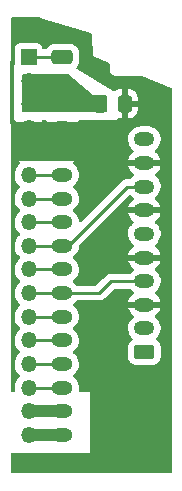
<source format=gbr>
%TF.GenerationSoftware,KiCad,Pcbnew,(6.0.1)*%
%TF.CreationDate,2022-07-27T18:49:27-07:00*%
%TF.ProjectId,mu100-dit-connector-board,6d753130-302d-4646-9974-2d636f6e6e65,rev?*%
%TF.SameCoordinates,PX4a615b8PY2b4db18*%
%TF.FileFunction,Copper,L1,Top*%
%TF.FilePolarity,Positive*%
%FSLAX46Y46*%
G04 Gerber Fmt 4.6, Leading zero omitted, Abs format (unit mm)*
G04 Created by KiCad (PCBNEW (6.0.1)) date 2022-07-27 18:49:27*
%MOMM*%
%LPD*%
G01*
G04 APERTURE LIST*
G04 Aperture macros list*
%AMRoundRect*
0 Rectangle with rounded corners*
0 $1 Rounding radius*
0 $2 $3 $4 $5 $6 $7 $8 $9 X,Y pos of 4 corners*
0 Add a 4 corners polygon primitive as box body*
4,1,4,$2,$3,$4,$5,$6,$7,$8,$9,$2,$3,0*
0 Add four circle primitives for the rounded corners*
1,1,$1+$1,$2,$3*
1,1,$1+$1,$4,$5*
1,1,$1+$1,$6,$7*
1,1,$1+$1,$8,$9*
0 Add four rect primitives between the rounded corners*
20,1,$1+$1,$2,$3,$4,$5,0*
20,1,$1+$1,$4,$5,$6,$7,0*
20,1,$1+$1,$6,$7,$8,$9,0*
20,1,$1+$1,$8,$9,$2,$3,0*%
G04 Aperture macros list end*
%TA.AperFunction,ComponentPad*%
%ADD10R,1.350000X1.350000*%
%TD*%
%TA.AperFunction,ComponentPad*%
%ADD11O,1.350000X1.350000*%
%TD*%
%TA.AperFunction,SMDPad,CuDef*%
%ADD12RoundRect,0.250000X-0.337500X-0.475000X0.337500X-0.475000X0.337500X0.475000X-0.337500X0.475000X0*%
%TD*%
%TA.AperFunction,ComponentPad*%
%ADD13RoundRect,0.250000X0.625000X-0.350000X0.625000X0.350000X-0.625000X0.350000X-0.625000X-0.350000X0*%
%TD*%
%TA.AperFunction,ComponentPad*%
%ADD14O,1.750000X1.200000*%
%TD*%
%TA.AperFunction,ComponentPad*%
%ADD15RoundRect,0.250000X-0.650000X0.350000X-0.650000X-0.350000X0.650000X-0.350000X0.650000X0.350000X0*%
%TD*%
%TA.AperFunction,ComponentPad*%
%ADD16O,1.800000X1.200000*%
%TD*%
%TA.AperFunction,ViaPad*%
%ADD17C,0.800000*%
%TD*%
%TA.AperFunction,Conductor*%
%ADD18C,0.400000*%
%TD*%
%TA.AperFunction,Conductor*%
%ADD19C,0.800000*%
%TD*%
%TA.AperFunction,Conductor*%
%ADD20C,0.250000*%
%TD*%
%TA.AperFunction,Conductor*%
%ADD21C,1.000000*%
%TD*%
G04 APERTURE END LIST*
D10*
%TO.P,J1,1,Pin_1*%
%TO.N,/RER*%
X79988400Y-49242000D03*
D11*
%TO.P,J1,2,Pin_2*%
%TO.N,+5V*%
X79988400Y-51242000D03*
%TO.P,J1,3,Pin_3*%
X79988400Y-53242000D03*
%TO.P,J1,4,Pin_4*%
%TO.N,GND*%
X79988400Y-55242000D03*
%TO.P,J1,5,Pin_5*%
X79988400Y-57242000D03*
%TO.P,J1,6,Pin_6*%
%TO.N,Net-(J1-Pad6)*%
X79988400Y-59242000D03*
%TO.P,J1,7,Pin_7*%
%TO.N,/MEL00*%
X79988400Y-61242000D03*
%TO.P,J1,8,Pin_8*%
%TO.N,/SYOD*%
X79988400Y-63242000D03*
%TO.P,J1,9,Pin_9*%
%TO.N,/QCLK*%
X79988400Y-65242000D03*
%TO.P,J1,10,Pin_10*%
%TO.N,Net-(J1-Pad10)*%
X79988400Y-67242000D03*
%TO.P,J1,11,Pin_11*%
%TO.N,/CK256*%
X79988400Y-69242000D03*
%TO.P,J1,12,Pin_12*%
%TO.N,/WCLK*%
X79988400Y-71242000D03*
%TO.P,J1,13,Pin_13*%
%TO.N,/DACOL*%
X79988400Y-73242000D03*
%TO.P,J1,14,Pin_14*%
%TO.N,/REA*%
X79988400Y-75242000D03*
%TO.P,J1,15,Pin_15*%
%TO.N,/REB*%
X79988400Y-77242000D03*
%TO.P,J1,16,Pin_16*%
%TO.N,GNDA*%
X79988400Y-79242000D03*
%TO.P,J1,17,Pin_17*%
%TO.N,+9VA*%
X79988400Y-81242000D03*
%TD*%
D12*
%TO.P,C1,1*%
%TO.N,+5V*%
X86055900Y-53207000D03*
%TO.P,C1,2*%
%TO.N,GND*%
X88130900Y-53207000D03*
%TD*%
D13*
%TO.P,J3,1,Pin_1*%
%TO.N,unconnected-(J3-Pad1)*%
X89798400Y-74232000D03*
D14*
%TO.P,J3,2,Pin_2*%
%TO.N,+5V*%
X89798400Y-72232000D03*
%TO.P,J3,3,Pin_3*%
%TO.N,GND*%
X89798400Y-70232000D03*
%TO.P,J3,4,Pin_4*%
%TO.N,/CK256*%
X89798400Y-68232000D03*
%TO.P,J3,5,Pin_5*%
%TO.N,GND*%
X89798400Y-66232000D03*
%TO.P,J3,6,Pin_6*%
%TO.N,/DACOL*%
X89798400Y-64232000D03*
%TO.P,J3,7,Pin_7*%
%TO.N,GND*%
X89798400Y-62232000D03*
%TO.P,J3,8,Pin_8*%
%TO.N,/QCLK*%
X89798400Y-60232000D03*
%TO.P,J3,9,Pin_9*%
%TO.N,GND*%
X89798400Y-58232000D03*
%TO.P,J3,10,Pin_10*%
%TO.N,/WCLK*%
X89798400Y-56232000D03*
%TD*%
D15*
%TO.P,J2,1,Pin_1*%
%TO.N,/RER*%
X82848400Y-49242000D03*
D16*
%TO.P,J2,2,Pin_2*%
%TO.N,+5V*%
X82848400Y-51242000D03*
%TO.P,J2,3,Pin_3*%
X82848400Y-53242000D03*
%TO.P,J2,4,Pin_4*%
%TO.N,GND*%
X82848400Y-55242000D03*
%TO.P,J2,5,Pin_5*%
X82848400Y-57242000D03*
%TO.P,J2,6,Pin_6*%
%TO.N,Net-(J1-Pad6)*%
X82848400Y-59242000D03*
%TO.P,J2,7,Pin_7*%
%TO.N,/MEL00*%
X82848400Y-61242000D03*
%TO.P,J2,8,Pin_8*%
%TO.N,/SYOD*%
X82848400Y-63242000D03*
%TO.P,J2,9,Pin_9*%
%TO.N,/QCLK*%
X82848400Y-65242000D03*
%TO.P,J2,10,Pin_10*%
%TO.N,Net-(J1-Pad10)*%
X82848400Y-67242000D03*
%TO.P,J2,11,Pin_11*%
%TO.N,/CK256*%
X82848400Y-69242000D03*
%TO.P,J2,12,Pin_12*%
%TO.N,/WCLK*%
X82848400Y-71242000D03*
%TO.P,J2,13,Pin_13*%
%TO.N,/DACOL*%
X82848400Y-73242000D03*
%TO.P,J2,14,Pin_14*%
%TO.N,/REA*%
X82848400Y-75242000D03*
%TO.P,J2,15,Pin_15*%
%TO.N,/REB*%
X82848400Y-77242000D03*
%TO.P,J2,16,Pin_16*%
%TO.N,GNDA*%
X82848400Y-79242000D03*
%TO.P,J2,17,Pin_17*%
%TO.N,+9VA*%
X82848400Y-81242000D03*
%TD*%
D17*
%TO.N,GND*%
X91693400Y-53407000D03*
X85718400Y-57182000D03*
X87893400Y-69357000D03*
X86788400Y-59632000D03*
X89743400Y-52557000D03*
X86043400Y-67707000D03*
X87663400Y-58757000D03*
X87053400Y-69857000D03*
X86793400Y-63657000D03*
X84943400Y-55307000D03*
X86893400Y-66857000D03*
X86593400Y-56307000D03*
X84868400Y-58032000D03*
X85943400Y-64507000D03*
X86143400Y-55307000D03*
X87768400Y-65982000D03*
X87293400Y-55307000D03*
X86043400Y-70357000D03*
X87668400Y-62782000D03*
X85938400Y-60482000D03*
%TD*%
D18*
%TO.N,+5V*%
X85919900Y-53242000D02*
X86054900Y-53107000D01*
D19*
%TO.N,GND*%
X86788400Y-59632000D02*
X87663400Y-58757000D01*
X86893400Y-66857000D02*
X87768400Y-65982000D01*
D18*
X78692920Y-55106520D02*
X78828400Y-55242000D01*
D19*
X85938400Y-60482000D02*
X86788400Y-59632000D01*
X86793400Y-63657000D02*
X87668400Y-62782000D01*
X85943400Y-64507000D02*
X86793400Y-63657000D01*
X86043400Y-67707000D02*
X86893400Y-66857000D01*
X85718400Y-57182000D02*
X86593400Y-56307000D01*
X84868400Y-58032000D02*
X85718400Y-57182000D01*
D18*
X78828400Y-55242000D02*
X79988400Y-55242000D01*
D20*
%TO.N,/RER*%
X79988400Y-49242000D02*
X82848400Y-49242000D01*
%TO.N,Net-(J1-Pad6)*%
X79988400Y-59242000D02*
X82848400Y-59242000D01*
%TO.N,/MEL00*%
X79988400Y-61242000D02*
X82848400Y-61242000D01*
%TO.N,/SYOD*%
X79988400Y-63242000D02*
X82848400Y-63242000D01*
%TO.N,/QCLK*%
X82848400Y-65242000D02*
X83310400Y-65242000D01*
X88320400Y-60232000D02*
X89798400Y-60232000D01*
X79988400Y-65242000D02*
X82848400Y-65242000D01*
X83310400Y-65242000D02*
X88320400Y-60232000D01*
%TO.N,Net-(J1-Pad10)*%
X79988400Y-67242000D02*
X82848400Y-67242000D01*
%TO.N,/CK256*%
X86968400Y-68232000D02*
X89798400Y-68232000D01*
X79988400Y-69242000D02*
X82848400Y-69242000D01*
X82848400Y-69242000D02*
X85958400Y-69242000D01*
X85958400Y-69242000D02*
X86968400Y-68232000D01*
%TO.N,/WCLK*%
X79988400Y-71242000D02*
X82848400Y-71242000D01*
%TO.N,/DACOL*%
X79988400Y-73242000D02*
X82848400Y-73242000D01*
%TO.N,/REA*%
X79988400Y-75242000D02*
X82848400Y-75242000D01*
%TO.N,/REB*%
X79988400Y-77242000D02*
X82848400Y-77242000D01*
D21*
%TO.N,GNDA*%
X79988400Y-79242000D02*
X82848400Y-79242000D01*
%TO.N,+9VA*%
X79988400Y-81242000D02*
X82848400Y-81242000D01*
%TD*%
%TA.AperFunction,Conductor*%
%TO.N,GND*%
G36*
X84318400Y-58032000D02*
G01*
X82793431Y-58032000D01*
X82793400Y-58027000D01*
X79593400Y-58027000D01*
X79593353Y-58032000D01*
X78718400Y-58032000D01*
X78718400Y-54732000D01*
X84318400Y-54732000D01*
X84318400Y-58032000D01*
G37*
%TD.AperFunction*%
%TD*%
%TA.AperFunction,Conductor*%
%TO.N,GND*%
G36*
X80973461Y-45912545D02*
G01*
X85279279Y-47233986D01*
X85338534Y-47273094D01*
X85367239Y-47338029D01*
X85368272Y-47351285D01*
X85414032Y-49177361D01*
X85414486Y-49195473D01*
X86773763Y-49733360D01*
X86829744Y-49777023D01*
X86853400Y-49850519D01*
X86853400Y-50318510D01*
X86853398Y-50319280D01*
X86852932Y-50395556D01*
X86855396Y-50404179D01*
X86855397Y-50404184D01*
X86860883Y-50423379D01*
X86864460Y-50440137D01*
X86866169Y-50452067D01*
X86868562Y-50468777D01*
X86872277Y-50476947D01*
X86872277Y-50476948D01*
X86878949Y-50491623D01*
X86885397Y-50509150D01*
X86892289Y-50533265D01*
X86907732Y-50557740D01*
X86915866Y-50572816D01*
X86927842Y-50599156D01*
X86933698Y-50605952D01*
X86933700Y-50605955D01*
X86944215Y-50618157D01*
X86955328Y-50633175D01*
X86968715Y-50654393D01*
X86990402Y-50673546D01*
X87002443Y-50685735D01*
X87021332Y-50707657D01*
X87028861Y-50712537D01*
X87028862Y-50712538D01*
X87042391Y-50721307D01*
X87057264Y-50732597D01*
X87069333Y-50743255D01*
X87076066Y-50749201D01*
X87102259Y-50761499D01*
X87117226Y-50769813D01*
X87141517Y-50785557D01*
X87150119Y-50788129D01*
X87150120Y-50788130D01*
X87153539Y-50789152D01*
X87165559Y-50792747D01*
X87182997Y-50799406D01*
X87192111Y-50803685D01*
X87197589Y-50806257D01*
X87197591Y-50806258D01*
X87205711Y-50810070D01*
X87214575Y-50811450D01*
X87214578Y-50811451D01*
X87230825Y-50813980D01*
X87234299Y-50814521D01*
X87251016Y-50818304D01*
X87270135Y-50824022D01*
X87270141Y-50824023D01*
X87278735Y-50826593D01*
X87287704Y-50826648D01*
X87287706Y-50826648D01*
X87297921Y-50826710D01*
X87312616Y-50826800D01*
X87313363Y-50826831D01*
X87314447Y-50827000D01*
X87344910Y-50827000D01*
X87345681Y-50827002D01*
X87421956Y-50827468D01*
X87423283Y-50827089D01*
X87424589Y-50827000D01*
X89513446Y-50827000D01*
X89559809Y-50835840D01*
X92088763Y-51836586D01*
X92144744Y-51880249D01*
X92168400Y-51953745D01*
X92168400Y-84381000D01*
X92148398Y-84449121D01*
X92094742Y-84495614D01*
X92042400Y-84507000D01*
X78619400Y-84507000D01*
X78551279Y-84486998D01*
X78504786Y-84433342D01*
X78493400Y-84381000D01*
X78493400Y-82867400D01*
X78513402Y-82799279D01*
X78567058Y-82752786D01*
X78619400Y-82741400D01*
X85231800Y-82741400D01*
X85231800Y-77632000D01*
X84349455Y-77632000D01*
X84281334Y-77611998D01*
X84234841Y-77558342D01*
X84224759Y-77487920D01*
X84251725Y-77301944D01*
X84251725Y-77301941D01*
X84252586Y-77296004D01*
X84242877Y-77086233D01*
X84193676Y-76882082D01*
X84106760Y-76690919D01*
X83985263Y-76519640D01*
X83833569Y-76374425D01*
X83792477Y-76347892D01*
X83746099Y-76294136D01*
X83736146Y-76223841D01*
X83765778Y-76159323D01*
X83782992Y-76142954D01*
X83906062Y-76046282D01*
X83906067Y-76046278D01*
X83910779Y-76042576D01*
X83914711Y-76038045D01*
X84044479Y-75888502D01*
X84044483Y-75888497D01*
X84048410Y-75883971D01*
X84153566Y-75702201D01*
X84222453Y-75503826D01*
X84233639Y-75426677D01*
X84251725Y-75301944D01*
X84251725Y-75301941D01*
X84252586Y-75296004D01*
X84242877Y-75086233D01*
X84211118Y-74954453D01*
X84195082Y-74887915D01*
X84195081Y-74887913D01*
X84193676Y-74882082D01*
X84106760Y-74690919D01*
X83985263Y-74519640D01*
X83833569Y-74374425D01*
X83792477Y-74347892D01*
X83746099Y-74294136D01*
X83736146Y-74223841D01*
X83765778Y-74159323D01*
X83782992Y-74142954D01*
X83906062Y-74046282D01*
X83906067Y-74046278D01*
X83910779Y-74042576D01*
X83914711Y-74038045D01*
X84044479Y-73888502D01*
X84044483Y-73888497D01*
X84048410Y-73883971D01*
X84153566Y-73702201D01*
X84200023Y-73568419D01*
X84220486Y-73509491D01*
X84220486Y-73509489D01*
X84222453Y-73503826D01*
X84233639Y-73426677D01*
X84251725Y-73301944D01*
X84251725Y-73301941D01*
X84252586Y-73296004D01*
X84242877Y-73086233D01*
X84193676Y-72882082D01*
X84189989Y-72873971D01*
X84109240Y-72696374D01*
X84106760Y-72690919D01*
X83985263Y-72519640D01*
X83833569Y-72374425D01*
X83792477Y-72347892D01*
X83746099Y-72294136D01*
X83736146Y-72223841D01*
X83757202Y-72177996D01*
X88419214Y-72177996D01*
X88428923Y-72387767D01*
X88430327Y-72393592D01*
X88430327Y-72393593D01*
X88459707Y-72515498D01*
X88478124Y-72591918D01*
X88480606Y-72597376D01*
X88480607Y-72597380D01*
X88523137Y-72690919D01*
X88565040Y-72783081D01*
X88686537Y-72954360D01*
X88759622Y-73024324D01*
X88788714Y-73052173D01*
X88824090Y-73113728D01*
X88820571Y-73184638D01*
X88779275Y-73242388D01*
X88767899Y-73250326D01*
X88704055Y-73289834D01*
X88580416Y-73413689D01*
X88488586Y-73562666D01*
X88433490Y-73728772D01*
X88422900Y-73832134D01*
X88422900Y-74631866D01*
X88423237Y-74635112D01*
X88423237Y-74635116D01*
X88432915Y-74728383D01*
X88433759Y-74736519D01*
X88435940Y-74743055D01*
X88435940Y-74743057D01*
X88453518Y-74795745D01*
X88489144Y-74902529D01*
X88581234Y-75051345D01*
X88705089Y-75174984D01*
X88854066Y-75266814D01*
X88861014Y-75269119D01*
X88861015Y-75269119D01*
X89013641Y-75319744D01*
X89013643Y-75319745D01*
X89020172Y-75321910D01*
X89123534Y-75332500D01*
X90473266Y-75332500D01*
X90476512Y-75332163D01*
X90476516Y-75332163D01*
X90571061Y-75322353D01*
X90571065Y-75322352D01*
X90577919Y-75321641D01*
X90584455Y-75319460D01*
X90584457Y-75319460D01*
X90736981Y-75268574D01*
X90743929Y-75266256D01*
X90892745Y-75174166D01*
X91016384Y-75050311D01*
X91108214Y-74901334D01*
X91114600Y-74882082D01*
X91161144Y-74741759D01*
X91161145Y-74741757D01*
X91163310Y-74735228D01*
X91173900Y-74631866D01*
X91173900Y-73832134D01*
X91173370Y-73827023D01*
X91163753Y-73734339D01*
X91163752Y-73734335D01*
X91163041Y-73727481D01*
X91156341Y-73707397D01*
X91109974Y-73568419D01*
X91107656Y-73561471D01*
X91015566Y-73412655D01*
X90891711Y-73289016D01*
X90831204Y-73251719D01*
X90783711Y-73198947D01*
X90772287Y-73128875D01*
X90800561Y-73063751D01*
X90819484Y-73045376D01*
X90835779Y-73032576D01*
X90862060Y-73002290D01*
X90969479Y-72878502D01*
X90969483Y-72878497D01*
X90973410Y-72873971D01*
X91078566Y-72692201D01*
X91147453Y-72493826D01*
X91156141Y-72433909D01*
X91176725Y-72291944D01*
X91176725Y-72291941D01*
X91177586Y-72286004D01*
X91167877Y-72076233D01*
X91118676Y-71872082D01*
X91075658Y-71777467D01*
X91034240Y-71686374D01*
X91031760Y-71680919D01*
X90910263Y-71509640D01*
X90758569Y-71364425D01*
X90724141Y-71342195D01*
X90677763Y-71288441D01*
X90667809Y-71218146D01*
X90697440Y-71153628D01*
X90714655Y-71137257D01*
X90836257Y-71041738D01*
X90844906Y-71033501D01*
X90975612Y-70882877D01*
X90982547Y-70873153D01*
X91082410Y-70700533D01*
X91087384Y-70689669D01*
X91152807Y-70501273D01*
X91153048Y-70500284D01*
X91151580Y-70489992D01*
X91138015Y-70486000D01*
X88462998Y-70486000D01*
X88449467Y-70489973D01*
X88448112Y-70499399D01*
X88469594Y-70588537D01*
X88473483Y-70599832D01*
X88556029Y-70781382D01*
X88561976Y-70791724D01*
X88677368Y-70954397D01*
X88685161Y-70963425D01*
X88829231Y-71101342D01*
X88838599Y-71108741D01*
X88873086Y-71131009D01*
X88919463Y-71184765D01*
X88929416Y-71255060D01*
X88899783Y-71319577D01*
X88882570Y-71335946D01*
X88765738Y-71427718D01*
X88765733Y-71427722D01*
X88761021Y-71431424D01*
X88757090Y-71435954D01*
X88757089Y-71435955D01*
X88627321Y-71585498D01*
X88627317Y-71585503D01*
X88623390Y-71590029D01*
X88518234Y-71771799D01*
X88449347Y-71970174D01*
X88448486Y-71976109D01*
X88448486Y-71976111D01*
X88433101Y-72082223D01*
X88419214Y-72177996D01*
X83757202Y-72177996D01*
X83765778Y-72159323D01*
X83782992Y-72142954D01*
X83906062Y-72046282D01*
X83906067Y-72046278D01*
X83910779Y-72042576D01*
X83914711Y-72038045D01*
X84044479Y-71888502D01*
X84044483Y-71888497D01*
X84048410Y-71883971D01*
X84153566Y-71702201D01*
X84194092Y-71585498D01*
X84220486Y-71509491D01*
X84220486Y-71509489D01*
X84222453Y-71503826D01*
X84233639Y-71426677D01*
X84251725Y-71301944D01*
X84251725Y-71301941D01*
X84252586Y-71296004D01*
X84242877Y-71086233D01*
X84193676Y-70882082D01*
X84189617Y-70873153D01*
X84109240Y-70696374D01*
X84106760Y-70690919D01*
X83985263Y-70519640D01*
X83833569Y-70374425D01*
X83792477Y-70347892D01*
X83746099Y-70294136D01*
X83736146Y-70223841D01*
X83765778Y-70159323D01*
X83782992Y-70142954D01*
X83906062Y-70046282D01*
X83906067Y-70046278D01*
X83910779Y-70042576D01*
X83914711Y-70038045D01*
X84025026Y-69910919D01*
X84084779Y-69872578D01*
X84120191Y-69867500D01*
X85880697Y-69867500D01*
X85891657Y-69868017D01*
X85899067Y-69869673D01*
X85906993Y-69869424D01*
X85906994Y-69869424D01*
X85966241Y-69867562D01*
X85970199Y-69867500D01*
X85997750Y-69867500D01*
X86001673Y-69867004D01*
X86001788Y-69866997D01*
X86013468Y-69866077D01*
X86057027Y-69864709D01*
X86076116Y-69859163D01*
X86095462Y-69855156D01*
X86115192Y-69852664D01*
X86155723Y-69836616D01*
X86166924Y-69832781D01*
X86208790Y-69820618D01*
X86225899Y-69810500D01*
X86243645Y-69801805D01*
X86262132Y-69794486D01*
X86297391Y-69768869D01*
X86307310Y-69762354D01*
X86337990Y-69744210D01*
X86337994Y-69744207D01*
X86344820Y-69740170D01*
X86358870Y-69726120D01*
X86373904Y-69713279D01*
X86383573Y-69706254D01*
X86389987Y-69701594D01*
X86417770Y-69668010D01*
X86425759Y-69659231D01*
X87190585Y-68894405D01*
X87252897Y-68860379D01*
X87279680Y-68857500D01*
X88552726Y-68857500D01*
X88620847Y-68877502D01*
X88655496Y-68910601D01*
X88683067Y-68949469D01*
X88683070Y-68949473D01*
X88686537Y-68954360D01*
X88838231Y-69099575D01*
X88872658Y-69121804D01*
X88919037Y-69175559D01*
X88928991Y-69245854D01*
X88899360Y-69310372D01*
X88882145Y-69326743D01*
X88760543Y-69422262D01*
X88751894Y-69430499D01*
X88621188Y-69581123D01*
X88614253Y-69590847D01*
X88514390Y-69763467D01*
X88509416Y-69774331D01*
X88443993Y-69962727D01*
X88443752Y-69963716D01*
X88445220Y-69974008D01*
X88458785Y-69978000D01*
X91133802Y-69978000D01*
X91147333Y-69974027D01*
X91148688Y-69964601D01*
X91127206Y-69875463D01*
X91123317Y-69864168D01*
X91040771Y-69682618D01*
X91034824Y-69672276D01*
X90919432Y-69509603D01*
X90911639Y-69500575D01*
X90767569Y-69362658D01*
X90758201Y-69355259D01*
X90723714Y-69332991D01*
X90677337Y-69279235D01*
X90667384Y-69208940D01*
X90697017Y-69144423D01*
X90714230Y-69128054D01*
X90831062Y-69036282D01*
X90831067Y-69036278D01*
X90835779Y-69032576D01*
X90862060Y-69002290D01*
X90969479Y-68878502D01*
X90969483Y-68878497D01*
X90973410Y-68873971D01*
X91078566Y-68692201D01*
X91123293Y-68563399D01*
X91145486Y-68499491D01*
X91145486Y-68499489D01*
X91147453Y-68493826D01*
X91156141Y-68433909D01*
X91176725Y-68291944D01*
X91176725Y-68291941D01*
X91177586Y-68286004D01*
X91167877Y-68076233D01*
X91118676Y-67872082D01*
X91076134Y-67778514D01*
X91053980Y-67729790D01*
X91031760Y-67680919D01*
X90910263Y-67509640D01*
X90758569Y-67364425D01*
X90724141Y-67342195D01*
X90677763Y-67288441D01*
X90667809Y-67218146D01*
X90697440Y-67153628D01*
X90714655Y-67137257D01*
X90836257Y-67041738D01*
X90844906Y-67033501D01*
X90975612Y-66882877D01*
X90982547Y-66873153D01*
X91082410Y-66700533D01*
X91087384Y-66689669D01*
X91152807Y-66501273D01*
X91153048Y-66500284D01*
X91151580Y-66489992D01*
X91138015Y-66486000D01*
X88462998Y-66486000D01*
X88449467Y-66489973D01*
X88448112Y-66499399D01*
X88469594Y-66588537D01*
X88473483Y-66599832D01*
X88556029Y-66781382D01*
X88561976Y-66791724D01*
X88677368Y-66954397D01*
X88685161Y-66963425D01*
X88829231Y-67101342D01*
X88838599Y-67108741D01*
X88873086Y-67131009D01*
X88919463Y-67184765D01*
X88929416Y-67255060D01*
X88899783Y-67319577D01*
X88882570Y-67335946D01*
X88765738Y-67427718D01*
X88765733Y-67427722D01*
X88761021Y-67431424D01*
X88757090Y-67435954D01*
X88757089Y-67435955D01*
X88646774Y-67563081D01*
X88587021Y-67601422D01*
X88551609Y-67606500D01*
X87046103Y-67606500D01*
X87035143Y-67605983D01*
X87027733Y-67604327D01*
X87019807Y-67604576D01*
X86960545Y-67606438D01*
X86956588Y-67606500D01*
X86929050Y-67606500D01*
X86925119Y-67606997D01*
X86924988Y-67607005D01*
X86913339Y-67607922D01*
X86891759Y-67608599D01*
X86877694Y-67609041D01*
X86877693Y-67609041D01*
X86869773Y-67609290D01*
X86862159Y-67611502D01*
X86862160Y-67611502D01*
X86850687Y-67614835D01*
X86831328Y-67618844D01*
X86819479Y-67620341D01*
X86819473Y-67620343D01*
X86811608Y-67621336D01*
X86804237Y-67624254D01*
X86804235Y-67624255D01*
X86771092Y-67637378D01*
X86759859Y-67641224D01*
X86718010Y-67653382D01*
X86700901Y-67663500D01*
X86683155Y-67672195D01*
X86664668Y-67679514D01*
X86633442Y-67702201D01*
X86629412Y-67705129D01*
X86619490Y-67711646D01*
X86588810Y-67729790D01*
X86588806Y-67729793D01*
X86581980Y-67733830D01*
X86567930Y-67747880D01*
X86552896Y-67760721D01*
X86536813Y-67772406D01*
X86531760Y-67778514D01*
X86509035Y-67805984D01*
X86501045Y-67814765D01*
X85736213Y-68579596D01*
X85673901Y-68613621D01*
X85647118Y-68616500D01*
X84119074Y-68616500D01*
X84050953Y-68596498D01*
X84016304Y-68563399D01*
X83988733Y-68524531D01*
X83988730Y-68524527D01*
X83985263Y-68519640D01*
X83833569Y-68374425D01*
X83792477Y-68347892D01*
X83746099Y-68294136D01*
X83736146Y-68223841D01*
X83765778Y-68159323D01*
X83782992Y-68142954D01*
X83906062Y-68046282D01*
X83906067Y-68046278D01*
X83910779Y-68042576D01*
X83914711Y-68038045D01*
X84044479Y-67888502D01*
X84044483Y-67888497D01*
X84048410Y-67883971D01*
X84153566Y-67702201D01*
X84201876Y-67563081D01*
X84220486Y-67509491D01*
X84220486Y-67509489D01*
X84222453Y-67503826D01*
X84233639Y-67426677D01*
X84251725Y-67301944D01*
X84251725Y-67301941D01*
X84252586Y-67296004D01*
X84242877Y-67086233D01*
X84193676Y-66882082D01*
X84189617Y-66873153D01*
X84109240Y-66696374D01*
X84106760Y-66690919D01*
X83985263Y-66519640D01*
X83833569Y-66374425D01*
X83792477Y-66347892D01*
X83746099Y-66294136D01*
X83736146Y-66223841D01*
X83765778Y-66159323D01*
X83782992Y-66142954D01*
X83906062Y-66046282D01*
X83906067Y-66046278D01*
X83910779Y-66042576D01*
X83914711Y-66038045D01*
X84044479Y-65888502D01*
X84044483Y-65888497D01*
X84048410Y-65883971D01*
X84153566Y-65702201D01*
X84222453Y-65503826D01*
X84233639Y-65426677D01*
X84251725Y-65301944D01*
X84251725Y-65301941D01*
X84252586Y-65296004D01*
X84250265Y-65245854D01*
X84250222Y-65244919D01*
X84267053Y-65175946D01*
X84286992Y-65149999D01*
X85258995Y-64177996D01*
X88419214Y-64177996D01*
X88428923Y-64387767D01*
X88430327Y-64393592D01*
X88430327Y-64393593D01*
X88454484Y-64493826D01*
X88478124Y-64591918D01*
X88480606Y-64597376D01*
X88480607Y-64597380D01*
X88523720Y-64692201D01*
X88565040Y-64783081D01*
X88686537Y-64954360D01*
X88838231Y-65099575D01*
X88872658Y-65121804D01*
X88919037Y-65175559D01*
X88928991Y-65245854D01*
X88899360Y-65310372D01*
X88882145Y-65326743D01*
X88760543Y-65422262D01*
X88751894Y-65430499D01*
X88621188Y-65581123D01*
X88614253Y-65590847D01*
X88514390Y-65763467D01*
X88509416Y-65774331D01*
X88443993Y-65962727D01*
X88443752Y-65963716D01*
X88445220Y-65974008D01*
X88458785Y-65978000D01*
X91133802Y-65978000D01*
X91147333Y-65974027D01*
X91148688Y-65964601D01*
X91127206Y-65875463D01*
X91123317Y-65864168D01*
X91040771Y-65682618D01*
X91034824Y-65672276D01*
X90919432Y-65509603D01*
X90911639Y-65500575D01*
X90767569Y-65362658D01*
X90758201Y-65355259D01*
X90723714Y-65332991D01*
X90677337Y-65279235D01*
X90667384Y-65208940D01*
X90697017Y-65144423D01*
X90714230Y-65128054D01*
X90831062Y-65036282D01*
X90831067Y-65036278D01*
X90835779Y-65032576D01*
X90862060Y-65002290D01*
X90969479Y-64878502D01*
X90969483Y-64878497D01*
X90973410Y-64873971D01*
X91078566Y-64692201D01*
X91147453Y-64493826D01*
X91156141Y-64433909D01*
X91176725Y-64291944D01*
X91176725Y-64291941D01*
X91177586Y-64286004D01*
X91167877Y-64076233D01*
X91118676Y-63872082D01*
X91075658Y-63777467D01*
X91034240Y-63686374D01*
X91031760Y-63680919D01*
X90910263Y-63509640D01*
X90758569Y-63364425D01*
X90724141Y-63342195D01*
X90677763Y-63288441D01*
X90667809Y-63218146D01*
X90697440Y-63153628D01*
X90714655Y-63137257D01*
X90836257Y-63041738D01*
X90844906Y-63033501D01*
X90975612Y-62882877D01*
X90982547Y-62873153D01*
X91082410Y-62700533D01*
X91087384Y-62689669D01*
X91152807Y-62501273D01*
X91153048Y-62500284D01*
X91151580Y-62489992D01*
X91138015Y-62486000D01*
X88462998Y-62486000D01*
X88449467Y-62489973D01*
X88448112Y-62499399D01*
X88469594Y-62588537D01*
X88473483Y-62599832D01*
X88556029Y-62781382D01*
X88561976Y-62791724D01*
X88677368Y-62954397D01*
X88685161Y-62963425D01*
X88829231Y-63101342D01*
X88838599Y-63108741D01*
X88873086Y-63131009D01*
X88919463Y-63184765D01*
X88929416Y-63255060D01*
X88899783Y-63319577D01*
X88882570Y-63335946D01*
X88765738Y-63427718D01*
X88765733Y-63427722D01*
X88761021Y-63431424D01*
X88757090Y-63435954D01*
X88757089Y-63435955D01*
X88627321Y-63585498D01*
X88627317Y-63585503D01*
X88623390Y-63590029D01*
X88518234Y-63771799D01*
X88449347Y-63970174D01*
X88448486Y-63976109D01*
X88448486Y-63976111D01*
X88433101Y-64082223D01*
X88419214Y-64177996D01*
X85258995Y-64177996D01*
X88496596Y-60940395D01*
X88558908Y-60906369D01*
X88629723Y-60911434D01*
X88681070Y-60947156D01*
X88683072Y-60949475D01*
X88686537Y-60954360D01*
X88838231Y-61099575D01*
X88872658Y-61121804D01*
X88919037Y-61175559D01*
X88928991Y-61245854D01*
X88899360Y-61310372D01*
X88882145Y-61326743D01*
X88760543Y-61422262D01*
X88751894Y-61430499D01*
X88621188Y-61581123D01*
X88614253Y-61590847D01*
X88514390Y-61763467D01*
X88509416Y-61774331D01*
X88443993Y-61962727D01*
X88443752Y-61963716D01*
X88445220Y-61974008D01*
X88458785Y-61978000D01*
X91133802Y-61978000D01*
X91147333Y-61974027D01*
X91148688Y-61964601D01*
X91127206Y-61875463D01*
X91123317Y-61864168D01*
X91040771Y-61682618D01*
X91034824Y-61672276D01*
X90919432Y-61509603D01*
X90911639Y-61500575D01*
X90767569Y-61362658D01*
X90758201Y-61355259D01*
X90723714Y-61332991D01*
X90677337Y-61279235D01*
X90667384Y-61208940D01*
X90697017Y-61144423D01*
X90714230Y-61128054D01*
X90831062Y-61036282D01*
X90831067Y-61036278D01*
X90835779Y-61032576D01*
X90862060Y-61002290D01*
X90969479Y-60878502D01*
X90969483Y-60878497D01*
X90973410Y-60873971D01*
X91078566Y-60692201D01*
X91147453Y-60493826D01*
X91156141Y-60433909D01*
X91176725Y-60291944D01*
X91176725Y-60291941D01*
X91177586Y-60286004D01*
X91167877Y-60076233D01*
X91118676Y-59872082D01*
X91076134Y-59778514D01*
X91053980Y-59729790D01*
X91031760Y-59680919D01*
X90910263Y-59509640D01*
X90758569Y-59364425D01*
X90724141Y-59342195D01*
X90677763Y-59288441D01*
X90667809Y-59218146D01*
X90697440Y-59153628D01*
X90714655Y-59137257D01*
X90836257Y-59041738D01*
X90844906Y-59033501D01*
X90975612Y-58882877D01*
X90982547Y-58873153D01*
X91082410Y-58700533D01*
X91087384Y-58689669D01*
X91152807Y-58501273D01*
X91153048Y-58500284D01*
X91151580Y-58489992D01*
X91138015Y-58486000D01*
X88462998Y-58486000D01*
X88449467Y-58489973D01*
X88448112Y-58499399D01*
X88469594Y-58588537D01*
X88473483Y-58599832D01*
X88556029Y-58781382D01*
X88561976Y-58791724D01*
X88677368Y-58954397D01*
X88685161Y-58963425D01*
X88829231Y-59101342D01*
X88838599Y-59108741D01*
X88873086Y-59131009D01*
X88919463Y-59184765D01*
X88929416Y-59255060D01*
X88899783Y-59319577D01*
X88882570Y-59335946D01*
X88765738Y-59427718D01*
X88765733Y-59427722D01*
X88761021Y-59431424D01*
X88757090Y-59435954D01*
X88757089Y-59435955D01*
X88646774Y-59563081D01*
X88587021Y-59601422D01*
X88551609Y-59606500D01*
X88398103Y-59606500D01*
X88387143Y-59605983D01*
X88379733Y-59604327D01*
X88371807Y-59604576D01*
X88371806Y-59604576D01*
X88312559Y-59606438D01*
X88308601Y-59606500D01*
X88281050Y-59606500D01*
X88277127Y-59606996D01*
X88277012Y-59607003D01*
X88265332Y-59607923D01*
X88221773Y-59609291D01*
X88202684Y-59614837D01*
X88183338Y-59618844D01*
X88163608Y-59621336D01*
X88123077Y-59637384D01*
X88111876Y-59641219D01*
X88070010Y-59653382D01*
X88052901Y-59663500D01*
X88035155Y-59672195D01*
X88016668Y-59679514D01*
X87985442Y-59702201D01*
X87981412Y-59705129D01*
X87971490Y-59711646D01*
X87940810Y-59729790D01*
X87940806Y-59729793D01*
X87933980Y-59733830D01*
X87919930Y-59747880D01*
X87904896Y-59760721D01*
X87888813Y-59772406D01*
X87883760Y-59778514D01*
X87861031Y-59805989D01*
X87853041Y-59814769D01*
X84459627Y-63208182D01*
X84397315Y-63242208D01*
X84326499Y-63237143D01*
X84269664Y-63194596D01*
X84244667Y-63124912D01*
X84243154Y-63092223D01*
X84242877Y-63086233D01*
X84193676Y-62882082D01*
X84189617Y-62873153D01*
X84109240Y-62696374D01*
X84106760Y-62690919D01*
X83985263Y-62519640D01*
X83833569Y-62374425D01*
X83792477Y-62347892D01*
X83746099Y-62294136D01*
X83736146Y-62223841D01*
X83765778Y-62159323D01*
X83782992Y-62142954D01*
X83906062Y-62046282D01*
X83906067Y-62046278D01*
X83910779Y-62042576D01*
X83914711Y-62038045D01*
X84044479Y-61888502D01*
X84044483Y-61888497D01*
X84048410Y-61883971D01*
X84153566Y-61702201D01*
X84222453Y-61503826D01*
X84233639Y-61426677D01*
X84251725Y-61301944D01*
X84251725Y-61301941D01*
X84252586Y-61296004D01*
X84242877Y-61086233D01*
X84193676Y-60882082D01*
X84189989Y-60873971D01*
X84109240Y-60696374D01*
X84106760Y-60690919D01*
X83985263Y-60519640D01*
X83833569Y-60374425D01*
X83792477Y-60347892D01*
X83746099Y-60294136D01*
X83736146Y-60223841D01*
X83765778Y-60159323D01*
X83782992Y-60142954D01*
X83906062Y-60046282D01*
X83906067Y-60046278D01*
X83910779Y-60042576D01*
X83914711Y-60038045D01*
X84044479Y-59888502D01*
X84044483Y-59888497D01*
X84048410Y-59883971D01*
X84153566Y-59702201D01*
X84201876Y-59563081D01*
X84220486Y-59509491D01*
X84220486Y-59509489D01*
X84222453Y-59503826D01*
X84233639Y-59426677D01*
X84251725Y-59301944D01*
X84251725Y-59301941D01*
X84252586Y-59296004D01*
X84242877Y-59086233D01*
X84193676Y-58882082D01*
X84189617Y-58873153D01*
X84109240Y-58696374D01*
X84106760Y-58690919D01*
X83985263Y-58519640D01*
X83833569Y-58374425D01*
X83799141Y-58352195D01*
X83752763Y-58298441D01*
X83742809Y-58228146D01*
X83772440Y-58163628D01*
X83789655Y-58147257D01*
X83911257Y-58051738D01*
X83919906Y-58043501D01*
X84050612Y-57892877D01*
X84057547Y-57883153D01*
X84157410Y-57710533D01*
X84162384Y-57699669D01*
X84227807Y-57511273D01*
X84228048Y-57510284D01*
X84226580Y-57499992D01*
X84213015Y-57496000D01*
X81487998Y-57496000D01*
X81474467Y-57499973D01*
X81473112Y-57509399D01*
X81494594Y-57598537D01*
X81498483Y-57609832D01*
X81581029Y-57791382D01*
X81586979Y-57801730D01*
X81605685Y-57828101D01*
X81628783Y-57895235D01*
X81611918Y-57964200D01*
X81560446Y-58013099D01*
X81502915Y-58027000D01*
X81119731Y-58027000D01*
X81051610Y-58006998D01*
X81005117Y-57953342D01*
X80995013Y-57883068D01*
X81009797Y-57839434D01*
X81070931Y-57730272D01*
X81075610Y-57719763D01*
X81141786Y-57524817D01*
X81144417Y-57513857D01*
X81142440Y-57499992D01*
X81128874Y-57496000D01*
X78850381Y-57496000D01*
X78836850Y-57499973D01*
X78835558Y-57508962D01*
X78867056Y-57632985D01*
X78870897Y-57643832D01*
X78957085Y-57830789D01*
X78962836Y-57840750D01*
X79081654Y-58008873D01*
X79089120Y-58017615D01*
X79234266Y-58159010D01*
X79269103Y-58220871D01*
X79264966Y-58291747D01*
X79229422Y-58343995D01*
X79136416Y-58425560D01*
X79136412Y-58425565D01*
X79132069Y-58429373D01*
X79128494Y-58433908D01*
X79128493Y-58433909D01*
X79075388Y-58501273D01*
X78998319Y-58599034D01*
X78995628Y-58604150D01*
X78995626Y-58604152D01*
X78949976Y-58690919D01*
X78897727Y-58790228D01*
X78833662Y-58996553D01*
X78808269Y-59211097D01*
X78822398Y-59426677D01*
X78823820Y-59432275D01*
X78823820Y-59432277D01*
X78842416Y-59505498D01*
X78875578Y-59636071D01*
X78877995Y-59641313D01*
X78877995Y-59641314D01*
X78918783Y-59729790D01*
X78966026Y-59832268D01*
X79090713Y-60008697D01*
X79228533Y-60142954D01*
X79239922Y-60154049D01*
X79274760Y-60215910D01*
X79270623Y-60286786D01*
X79235079Y-60339035D01*
X79132069Y-60429373D01*
X78998319Y-60599034D01*
X78995628Y-60604150D01*
X78995626Y-60604152D01*
X78949976Y-60690919D01*
X78897727Y-60790228D01*
X78833662Y-60996553D01*
X78808269Y-61211097D01*
X78822398Y-61426677D01*
X78823820Y-61432275D01*
X78823820Y-61432277D01*
X78843430Y-61509491D01*
X78875578Y-61636071D01*
X78966026Y-61832268D01*
X78969359Y-61836984D01*
X79069019Y-61978000D01*
X79090713Y-62008697D01*
X79228533Y-62142954D01*
X79239922Y-62154049D01*
X79274760Y-62215910D01*
X79270623Y-62286786D01*
X79235079Y-62339035D01*
X79132069Y-62429373D01*
X79128494Y-62433908D01*
X79128493Y-62433909D01*
X79075388Y-62501273D01*
X78998319Y-62599034D01*
X78995628Y-62604150D01*
X78995626Y-62604152D01*
X78949976Y-62690919D01*
X78897727Y-62790228D01*
X78833662Y-62996553D01*
X78808269Y-63211097D01*
X78822398Y-63426677D01*
X78823820Y-63432275D01*
X78823820Y-63432277D01*
X78874157Y-63630476D01*
X78875578Y-63636071D01*
X78966026Y-63832268D01*
X78969359Y-63836984D01*
X79067684Y-63976111D01*
X79090713Y-64008697D01*
X79094855Y-64012732D01*
X79239922Y-64154049D01*
X79274760Y-64215910D01*
X79270623Y-64286786D01*
X79235079Y-64339035D01*
X79179511Y-64387767D01*
X79132069Y-64429373D01*
X78998319Y-64599034D01*
X78995628Y-64604150D01*
X78995626Y-64604152D01*
X78949301Y-64692201D01*
X78897727Y-64790228D01*
X78833662Y-64996553D01*
X78808269Y-65211097D01*
X78822398Y-65426677D01*
X78823820Y-65432275D01*
X78823820Y-65432277D01*
X78843430Y-65509491D01*
X78875578Y-65636071D01*
X78966026Y-65832268D01*
X78969359Y-65836984D01*
X79069019Y-65978000D01*
X79090713Y-66008697D01*
X79228533Y-66142954D01*
X79239922Y-66154049D01*
X79274760Y-66215910D01*
X79270623Y-66286786D01*
X79235079Y-66339035D01*
X79132069Y-66429373D01*
X79128494Y-66433908D01*
X79128493Y-66433909D01*
X79075388Y-66501273D01*
X78998319Y-66599034D01*
X78995628Y-66604150D01*
X78995626Y-66604152D01*
X78949976Y-66690919D01*
X78897727Y-66790228D01*
X78833662Y-66996553D01*
X78808269Y-67211097D01*
X78822398Y-67426677D01*
X78823820Y-67432275D01*
X78823820Y-67432277D01*
X78842416Y-67505498D01*
X78875578Y-67636071D01*
X78877995Y-67641313D01*
X78877995Y-67641314D01*
X78918783Y-67729790D01*
X78966026Y-67832268D01*
X79090713Y-68008697D01*
X79228533Y-68142954D01*
X79239922Y-68154049D01*
X79274760Y-68215910D01*
X79270623Y-68286786D01*
X79235079Y-68339035D01*
X79132069Y-68429373D01*
X79128494Y-68433908D01*
X79128493Y-68433909D01*
X79013643Y-68579596D01*
X78998319Y-68599034D01*
X78995628Y-68604150D01*
X78995626Y-68604152D01*
X78949301Y-68692201D01*
X78897727Y-68790228D01*
X78833662Y-68996553D01*
X78808269Y-69211097D01*
X78822398Y-69426677D01*
X78875578Y-69636071D01*
X78877995Y-69641313D01*
X78877995Y-69641314D01*
X78892269Y-69672276D01*
X78966026Y-69832268D01*
X78982200Y-69855154D01*
X79069019Y-69978000D01*
X79090713Y-70008697D01*
X79228533Y-70142954D01*
X79239922Y-70154049D01*
X79274760Y-70215910D01*
X79270623Y-70286786D01*
X79235079Y-70339035D01*
X79132069Y-70429373D01*
X79128494Y-70433908D01*
X79128493Y-70433909D01*
X79075388Y-70501273D01*
X78998319Y-70599034D01*
X78995628Y-70604150D01*
X78995626Y-70604152D01*
X78949976Y-70690919D01*
X78897727Y-70790228D01*
X78833662Y-70996553D01*
X78808269Y-71211097D01*
X78822398Y-71426677D01*
X78823820Y-71432275D01*
X78823820Y-71432277D01*
X78874157Y-71630476D01*
X78875578Y-71636071D01*
X78966026Y-71832268D01*
X78969359Y-71836984D01*
X79067684Y-71976111D01*
X79090713Y-72008697D01*
X79228533Y-72142954D01*
X79239922Y-72154049D01*
X79274760Y-72215910D01*
X79270623Y-72286786D01*
X79235079Y-72339035D01*
X79179511Y-72387767D01*
X79132069Y-72429373D01*
X78998319Y-72599034D01*
X78995628Y-72604150D01*
X78995626Y-72604152D01*
X78949976Y-72690919D01*
X78897727Y-72790228D01*
X78833662Y-72996553D01*
X78808269Y-73211097D01*
X78822398Y-73426677D01*
X78823820Y-73432275D01*
X78823820Y-73432277D01*
X78856632Y-73561471D01*
X78875578Y-73636071D01*
X78877995Y-73641313D01*
X78877995Y-73641314D01*
X78915303Y-73722241D01*
X78966026Y-73832268D01*
X79090713Y-74008697D01*
X79228533Y-74142954D01*
X79239922Y-74154049D01*
X79274760Y-74215910D01*
X79270623Y-74286786D01*
X79235079Y-74339035D01*
X79132069Y-74429373D01*
X78998319Y-74599034D01*
X78995628Y-74604150D01*
X78995626Y-74604152D01*
X78923228Y-74741759D01*
X78897727Y-74790228D01*
X78833662Y-74996553D01*
X78808269Y-75211097D01*
X78822398Y-75426677D01*
X78823820Y-75432275D01*
X78823820Y-75432277D01*
X78843430Y-75509491D01*
X78875578Y-75636071D01*
X78966026Y-75832268D01*
X79090713Y-76008697D01*
X79228533Y-76142954D01*
X79239922Y-76154049D01*
X79274760Y-76215910D01*
X79270623Y-76286786D01*
X79235079Y-76339035D01*
X79132069Y-76429373D01*
X78998319Y-76599034D01*
X78897727Y-76790228D01*
X78833662Y-76996553D01*
X78808269Y-77211097D01*
X78822398Y-77426677D01*
X78834667Y-77474985D01*
X78832049Y-77545932D01*
X78791489Y-77604202D01*
X78725865Y-77631294D01*
X78712544Y-77632000D01*
X78619400Y-77632000D01*
X78551279Y-77611998D01*
X78504786Y-77558342D01*
X78493400Y-77506000D01*
X78493400Y-56984799D01*
X78833618Y-56984799D01*
X78840350Y-56988000D01*
X79716285Y-56988000D01*
X79731524Y-56983525D01*
X79732729Y-56982135D01*
X79734400Y-56974452D01*
X79734400Y-56969885D01*
X80242400Y-56969885D01*
X80246875Y-56985124D01*
X80248265Y-56986329D01*
X80255948Y-56988000D01*
X81127885Y-56988000D01*
X81141416Y-56984027D01*
X81142585Y-56975892D01*
X81141971Y-56973716D01*
X81468752Y-56973716D01*
X81470220Y-56984008D01*
X81483785Y-56988000D01*
X82576285Y-56988000D01*
X82591524Y-56983525D01*
X82592729Y-56982135D01*
X82594400Y-56974452D01*
X82594400Y-56969885D01*
X83102400Y-56969885D01*
X83106875Y-56985124D01*
X83108265Y-56986329D01*
X83115948Y-56988000D01*
X84208802Y-56988000D01*
X84222333Y-56984027D01*
X84223688Y-56974601D01*
X84202206Y-56885463D01*
X84198317Y-56874168D01*
X84115771Y-56692618D01*
X84109824Y-56682276D01*
X83994432Y-56519603D01*
X83986639Y-56510575D01*
X83842569Y-56372658D01*
X83833199Y-56365258D01*
X83805379Y-56347295D01*
X83759001Y-56293540D01*
X83749047Y-56223244D01*
X83769828Y-56177996D01*
X88419214Y-56177996D01*
X88428923Y-56387767D01*
X88430327Y-56393592D01*
X88430327Y-56393593D01*
X88454484Y-56493826D01*
X88478124Y-56591918D01*
X88480606Y-56597376D01*
X88480607Y-56597380D01*
X88523720Y-56692201D01*
X88565040Y-56783081D01*
X88686537Y-56954360D01*
X88838231Y-57099575D01*
X88872658Y-57121804D01*
X88919037Y-57175559D01*
X88928991Y-57245854D01*
X88899360Y-57310372D01*
X88882145Y-57326743D01*
X88760543Y-57422262D01*
X88751894Y-57430499D01*
X88621188Y-57581123D01*
X88614253Y-57590847D01*
X88514390Y-57763467D01*
X88509416Y-57774331D01*
X88443993Y-57962727D01*
X88443752Y-57963716D01*
X88445220Y-57974008D01*
X88458785Y-57978000D01*
X91133802Y-57978000D01*
X91147333Y-57974027D01*
X91148688Y-57964601D01*
X91127206Y-57875463D01*
X91123317Y-57864168D01*
X91040771Y-57682618D01*
X91034824Y-57672276D01*
X90919432Y-57509603D01*
X90911639Y-57500575D01*
X90767569Y-57362658D01*
X90758201Y-57355259D01*
X90723714Y-57332991D01*
X90677337Y-57279235D01*
X90667384Y-57208940D01*
X90697017Y-57144423D01*
X90714230Y-57128054D01*
X90831062Y-57036282D01*
X90831067Y-57036278D01*
X90835779Y-57032576D01*
X90839711Y-57028045D01*
X90969479Y-56878502D01*
X90969483Y-56878497D01*
X90973410Y-56873971D01*
X91078566Y-56692201D01*
X91147453Y-56493826D01*
X91153568Y-56451651D01*
X91176725Y-56291944D01*
X91176725Y-56291941D01*
X91177586Y-56286004D01*
X91167877Y-56076233D01*
X91118676Y-55872082D01*
X91104431Y-55840750D01*
X91049421Y-55719763D01*
X91031760Y-55680919D01*
X90910263Y-55509640D01*
X90758569Y-55364425D01*
X90661433Y-55301705D01*
X90587191Y-55253767D01*
X90587188Y-55253766D01*
X90582154Y-55250515D01*
X90576591Y-55248273D01*
X90392945Y-55174261D01*
X90392942Y-55174260D01*
X90387381Y-55172019D01*
X90381500Y-55170871D01*
X90381495Y-55170869D01*
X90185724Y-55132638D01*
X90185721Y-55132638D01*
X90181278Y-55131770D01*
X90175757Y-55131500D01*
X89470931Y-55131500D01*
X89314354Y-55146439D01*
X89308598Y-55148128D01*
X89308596Y-55148128D01*
X89231079Y-55170869D01*
X89112851Y-55205553D01*
X89029905Y-55248273D01*
X88931492Y-55298959D01*
X88931489Y-55298961D01*
X88926161Y-55301705D01*
X88921446Y-55305409D01*
X88765738Y-55427718D01*
X88765733Y-55427722D01*
X88761021Y-55431424D01*
X88757090Y-55435954D01*
X88757089Y-55435955D01*
X88627321Y-55585498D01*
X88627317Y-55585503D01*
X88623390Y-55590029D01*
X88518234Y-55771799D01*
X88449347Y-55970174D01*
X88448486Y-55976109D01*
X88448486Y-55976111D01*
X88432585Y-56085782D01*
X88419214Y-56177996D01*
X83769828Y-56177996D01*
X83778678Y-56158727D01*
X83795893Y-56142357D01*
X83911257Y-56051738D01*
X83919906Y-56043501D01*
X84050612Y-55892877D01*
X84057547Y-55883153D01*
X84157410Y-55710533D01*
X84162384Y-55699669D01*
X84227807Y-55511273D01*
X84228048Y-55510284D01*
X84226580Y-55499992D01*
X84213015Y-55496000D01*
X83120515Y-55496000D01*
X83105276Y-55500475D01*
X83104071Y-55501865D01*
X83102400Y-55509548D01*
X83102400Y-56969885D01*
X82594400Y-56969885D01*
X82594400Y-55514115D01*
X82589925Y-55498876D01*
X82588535Y-55497671D01*
X82580852Y-55496000D01*
X81487998Y-55496000D01*
X81474467Y-55499973D01*
X81473112Y-55509399D01*
X81494594Y-55598537D01*
X81498483Y-55609832D01*
X81581029Y-55791382D01*
X81586976Y-55801724D01*
X81702368Y-55964397D01*
X81710161Y-55973425D01*
X81854231Y-56111342D01*
X81863601Y-56118742D01*
X81891421Y-56136705D01*
X81937799Y-56190460D01*
X81947753Y-56260756D01*
X81918122Y-56325273D01*
X81900907Y-56341643D01*
X81785543Y-56432262D01*
X81776894Y-56440499D01*
X81646188Y-56591123D01*
X81639253Y-56600847D01*
X81539390Y-56773467D01*
X81534416Y-56784331D01*
X81468993Y-56972727D01*
X81468752Y-56973716D01*
X81141971Y-56973716D01*
X81099125Y-56821794D01*
X81095003Y-56811055D01*
X81003949Y-56626417D01*
X80997938Y-56616608D01*
X80874760Y-56451651D01*
X80867071Y-56443111D01*
X80748720Y-56333709D01*
X80712275Y-56272780D01*
X80714556Y-56201820D01*
X80753680Y-56144310D01*
X80824053Y-56085782D01*
X80832182Y-56077653D01*
X80963820Y-55919375D01*
X80970344Y-55909882D01*
X81070931Y-55730272D01*
X81075610Y-55719763D01*
X81141786Y-55524817D01*
X81144417Y-55513857D01*
X81142440Y-55499992D01*
X81128874Y-55496000D01*
X80260515Y-55496000D01*
X80245276Y-55500475D01*
X80244071Y-55501865D01*
X80242400Y-55509548D01*
X80242400Y-56969885D01*
X79734400Y-56969885D01*
X79734400Y-55514115D01*
X79729925Y-55498876D01*
X79728535Y-55497671D01*
X79720852Y-55496000D01*
X78850381Y-55496000D01*
X78836850Y-55499973D01*
X78835558Y-55508962D01*
X78867056Y-55632985D01*
X78870897Y-55643832D01*
X78957085Y-55830789D01*
X78962836Y-55840750D01*
X79081654Y-56008873D01*
X79089120Y-56017615D01*
X79228877Y-56153761D01*
X79263714Y-56215623D01*
X79259577Y-56286499D01*
X79224032Y-56338747D01*
X79130952Y-56420376D01*
X79123030Y-56428724D01*
X78995580Y-56590394D01*
X78989309Y-56600050D01*
X78893460Y-56782229D01*
X78889055Y-56792863D01*
X78833836Y-56970700D01*
X78833618Y-56984799D01*
X78493400Y-56984799D01*
X78493400Y-54607000D01*
X78808358Y-54607000D01*
X78868294Y-54639726D01*
X78902320Y-54702038D01*
X78895608Y-54777044D01*
X78889055Y-54792864D01*
X78833836Y-54970700D01*
X78833618Y-54984799D01*
X78840350Y-54988000D01*
X81127885Y-54988000D01*
X81141416Y-54984027D01*
X81142585Y-54975892D01*
X81099125Y-54821794D01*
X81095004Y-54811060D01*
X81083992Y-54788729D01*
X81071802Y-54718786D01*
X81099361Y-54653357D01*
X81157919Y-54613213D01*
X81196998Y-54607000D01*
X81419339Y-54607000D01*
X81487460Y-54627002D01*
X81533953Y-54680658D01*
X81544057Y-54750932D01*
X81535943Y-54778510D01*
X81536384Y-54778663D01*
X81468993Y-54972727D01*
X81468752Y-54973716D01*
X81470220Y-54984008D01*
X81483785Y-54988000D01*
X84208802Y-54988000D01*
X84222333Y-54984027D01*
X84223688Y-54974601D01*
X84202206Y-54885463D01*
X84198317Y-54874168D01*
X84157843Y-54785151D01*
X84147857Y-54714861D01*
X84177457Y-54650329D01*
X84237247Y-54612045D01*
X84272544Y-54607000D01*
X87493400Y-54607000D01*
X87490432Y-54560632D01*
X87506042Y-54491374D01*
X87556618Y-54441549D01*
X87626103Y-54426977D01*
X87642584Y-54429384D01*
X87645479Y-54430005D01*
X87739838Y-54439672D01*
X87746254Y-54440000D01*
X87858785Y-54440000D01*
X87874024Y-54435525D01*
X87875229Y-54434135D01*
X87876900Y-54426452D01*
X87876900Y-54421884D01*
X88384900Y-54421884D01*
X88389375Y-54437123D01*
X88390765Y-54438328D01*
X88398448Y-54439999D01*
X88515495Y-54439999D01*
X88522014Y-54439662D01*
X88617606Y-54429743D01*
X88631000Y-54426851D01*
X88785184Y-54375412D01*
X88798362Y-54369239D01*
X88936207Y-54283937D01*
X88947608Y-54274901D01*
X89062139Y-54160171D01*
X89071151Y-54148760D01*
X89156216Y-54010757D01*
X89162363Y-53997576D01*
X89213538Y-53843290D01*
X89216405Y-53829914D01*
X89226072Y-53735562D01*
X89226400Y-53729146D01*
X89226400Y-53479115D01*
X89221925Y-53463876D01*
X89220535Y-53462671D01*
X89212852Y-53461000D01*
X88403015Y-53461000D01*
X88387776Y-53465475D01*
X88386571Y-53466865D01*
X88384900Y-53474548D01*
X88384900Y-54421884D01*
X87876900Y-54421884D01*
X87876900Y-52934885D01*
X88384900Y-52934885D01*
X88389375Y-52950124D01*
X88390765Y-52951329D01*
X88398448Y-52953000D01*
X89208284Y-52953000D01*
X89223523Y-52948525D01*
X89224728Y-52947135D01*
X89226399Y-52939452D01*
X89226399Y-52684905D01*
X89226062Y-52678386D01*
X89216143Y-52582794D01*
X89213251Y-52569400D01*
X89161812Y-52415216D01*
X89155639Y-52402038D01*
X89070337Y-52264193D01*
X89061301Y-52252792D01*
X88946571Y-52138261D01*
X88935160Y-52129249D01*
X88797157Y-52044184D01*
X88783976Y-52038037D01*
X88629690Y-51986862D01*
X88616314Y-51983995D01*
X88521962Y-51974328D01*
X88515545Y-51974000D01*
X88403015Y-51974000D01*
X88387776Y-51978475D01*
X88386571Y-51979865D01*
X88384900Y-51987548D01*
X88384900Y-52934885D01*
X87876900Y-52934885D01*
X87876900Y-51992116D01*
X87872425Y-51976877D01*
X87871035Y-51975672D01*
X87863352Y-51974001D01*
X87746305Y-51974001D01*
X87739786Y-51974338D01*
X87644194Y-51984257D01*
X87630800Y-51987149D01*
X87476616Y-52038588D01*
X87463438Y-52044761D01*
X87325588Y-52130066D01*
X87312727Y-52140259D01*
X87246916Y-52166895D01*
X87177152Y-52153723D01*
X87169045Y-52149197D01*
X84092213Y-50279978D01*
X84044379Y-50227515D01*
X84032502Y-50157519D01*
X84060354Y-50092213D01*
X84068460Y-50083275D01*
X84086213Y-50065491D01*
X84091384Y-50060311D01*
X84183214Y-49911334D01*
X84197441Y-49868443D01*
X84236144Y-49751759D01*
X84236145Y-49751757D01*
X84238310Y-49745228D01*
X84248900Y-49641866D01*
X84248900Y-48842134D01*
X84238041Y-48737481D01*
X84182656Y-48571471D01*
X84090566Y-48422655D01*
X83966711Y-48299016D01*
X83817734Y-48207186D01*
X83808346Y-48204072D01*
X83658159Y-48154256D01*
X83658157Y-48154255D01*
X83651628Y-48152090D01*
X83548266Y-48141500D01*
X82148534Y-48141500D01*
X82145288Y-48141837D01*
X82145284Y-48141837D01*
X82050739Y-48151647D01*
X82050735Y-48151648D01*
X82043881Y-48152359D01*
X82037345Y-48154540D01*
X82037343Y-48154540D01*
X81898260Y-48200942D01*
X81877871Y-48207744D01*
X81729055Y-48299834D01*
X81605416Y-48423689D01*
X81601576Y-48429919D01*
X81601575Y-48429920D01*
X81523479Y-48556616D01*
X81470707Y-48604109D01*
X81416219Y-48616500D01*
X81287476Y-48616500D01*
X81219355Y-48596498D01*
X81172862Y-48542842D01*
X81162213Y-48504105D01*
X81158105Y-48466279D01*
X81158104Y-48466276D01*
X81157251Y-48458420D01*
X81106926Y-48324176D01*
X81101546Y-48316997D01*
X81101544Y-48316994D01*
X81026328Y-48216635D01*
X81020946Y-48209454D01*
X81013765Y-48204072D01*
X80913406Y-48128856D01*
X80913403Y-48128854D01*
X80906224Y-48123474D01*
X80816839Y-48089966D01*
X80779375Y-48075921D01*
X80779373Y-48075921D01*
X80771980Y-48073149D01*
X80764130Y-48072296D01*
X80764129Y-48072296D01*
X80714174Y-48066869D01*
X80714173Y-48066869D01*
X80710777Y-48066500D01*
X79988506Y-48066500D01*
X79266024Y-48066501D01*
X79262630Y-48066870D01*
X79262624Y-48066870D01*
X79212678Y-48072295D01*
X79212674Y-48072296D01*
X79204820Y-48073149D01*
X79070576Y-48123474D01*
X79063397Y-48128854D01*
X79063394Y-48128856D01*
X78963035Y-48204072D01*
X78955854Y-48209454D01*
X78950472Y-48216635D01*
X78875256Y-48316994D01*
X78875254Y-48316997D01*
X78869874Y-48324176D01*
X78819549Y-48458420D01*
X78812900Y-48519623D01*
X78812900Y-48523040D01*
X78812901Y-49901180D01*
X78804328Y-49930377D01*
X78808624Y-49931407D01*
X78801935Y-49959312D01*
X78493400Y-49946286D01*
X78493400Y-46033000D01*
X78513402Y-45964879D01*
X78567058Y-45918386D01*
X78619400Y-45907000D01*
X80936494Y-45907000D01*
X80973461Y-45912545D01*
G37*
%TD.AperFunction*%
%TD*%
%TA.AperFunction,Conductor*%
%TO.N,+5V*%
G36*
X83331001Y-50720709D02*
G01*
X83344434Y-50730524D01*
X85442200Y-52487000D01*
X86517400Y-52487000D01*
X86585521Y-52507002D01*
X86632014Y-52560658D01*
X86643400Y-52613000D01*
X86643400Y-53781000D01*
X86623398Y-53849121D01*
X86569742Y-53895614D01*
X86517400Y-53907000D01*
X79554178Y-53907000D01*
X79486057Y-53886998D01*
X79439564Y-53833342D01*
X79428178Y-53781222D01*
X79423009Y-50850590D01*
X79442891Y-50782434D01*
X79496465Y-50735847D01*
X79548219Y-50724370D01*
X83262758Y-50701133D01*
X83331001Y-50720709D01*
G37*
%TD.AperFunction*%
%TD*%
%TA.AperFunction,Conductor*%
%TO.N,GND*%
G36*
X78798400Y-54912000D02*
G01*
X78443400Y-54912000D01*
X78443400Y-49632000D01*
X78798400Y-49632000D01*
X78798400Y-54912000D01*
G37*
%TD.AperFunction*%
%TD*%
M02*

</source>
